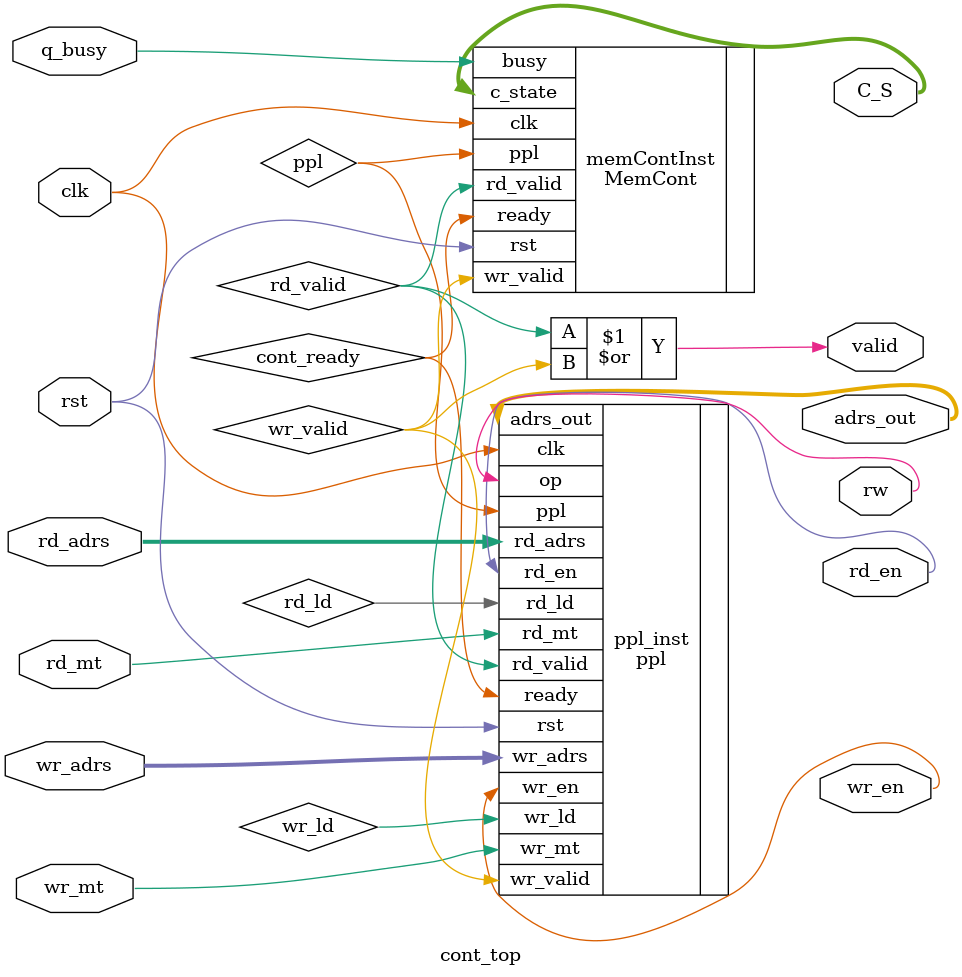
<source format=v>
module cont_top#(
    parameter t_act=8,
    parameter t_pre=8
)(
    input wire clk,
    input wire rst,

    //input wire [31:0] in_adrs,
    input wire [31:0] rd_adrs,
    input wire [31:0] wr_adrs,
    //input wire [31:0] adrs_in,

    input wire rd_mt,
    input wire wr_mt,

    input wire q_busy,

    output wire rw,
    output wire valid,
    
    output wire [3:0] C_S,
    output wire rd_en,
    output wire wr_en,

    output wire [31:0] adrs_out
);

wire rd_valid, wr_valid;
assign valid = rd_valid | wr_valid;

wire ppl;

wire cont_ready;

MemCont #(
    .t_act(t_act),
    .t_pre(t_pre)
) memContInst(
    .clk(clk),
    .rst(rst),
    .ppl(ppl),
    .wr_valid(wr_valid),
    .rd_valid(rd_valid),
    //.rw(rw_mux),
    .busy(q_busy),
    .c_state(C_S),

    .ready(cont_ready)
);

ppl ppl_inst(
    .clk(clk),
    .rst(rst),

    //.in_adrs(adrs_in),
    .rd_adrs(rd_adrs),
    .wr_adrs(wr_adrs),

    .rd_mt(rd_mt),
    .wr_mt(wr_mt),

    .ready(cont_ready),

    .rd_ld(rd_ld),
    .wr_ld(wr_ld),

    .op(rw),
    .ppl(ppl),

    .rd_valid(rd_valid),
    .wr_valid(wr_valid),

    .rd_en(rd_en),
    .wr_en(wr_en),

    .adrs_out(adrs_out)
);

endmodule

</source>
